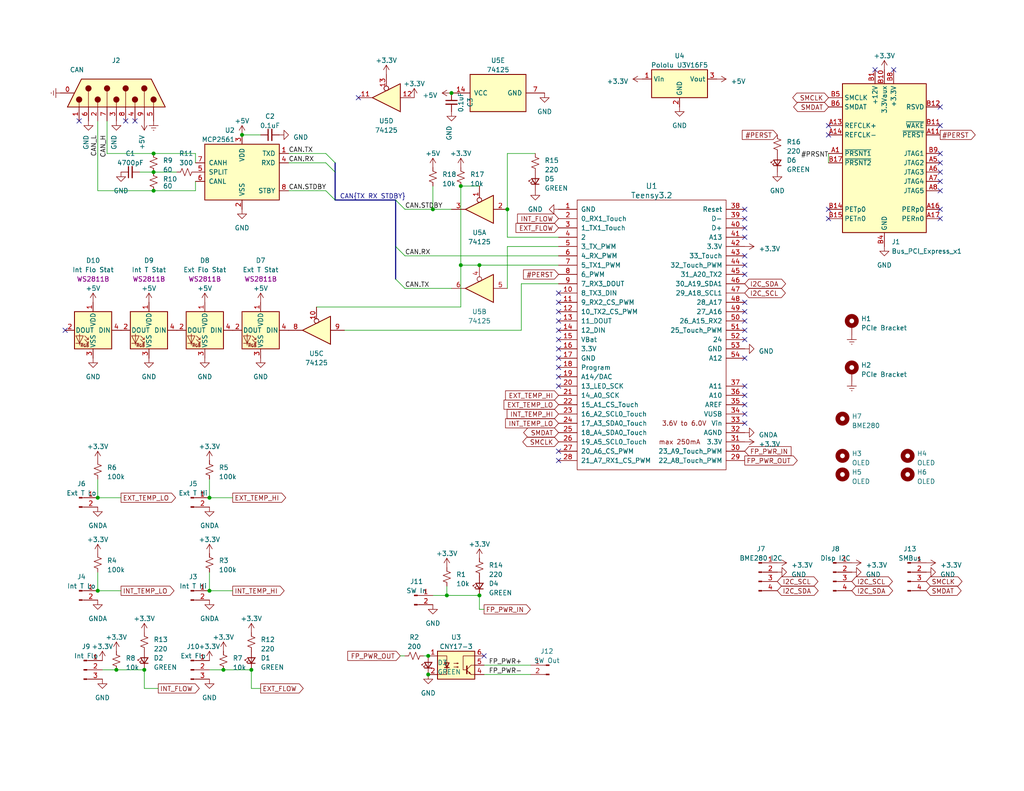
<source format=kicad_sch>
(kicad_sch (version 20231120) (generator "eeschema") (generator_version "8.0")
  (paper "USLetter")
  (title_block (title "CAN/PCIe Water Cooling Loop Controller") (date "2023-08-16") (company "AGMLego") (comment 1 "https://github.com/agmlego/water-cooling-controller"))
  (junction (at 68.58 182.88))
  (junction (at 121.92 162.56))
  (junction (at 125.73 72.39))
  (junction (at 118.11 57.15))
  (junction (at 123.19 25.4))
  (junction (at 31.75 182.88))
  (junction (at 41.91 52.07))
  (junction (at 116.84 179.07))
  (junction (at 41.91 46.99))
  (junction (at 130.81 162.56))
  (junction (at 26.67 161.29))
  (junction (at 57.15 161.29))
  (junction (at 125.73 50.8))
  (junction (at 39.37 182.88))
  (junction (at 60.96 182.88))
  (junction (at 57.15 135.89))
  (junction (at 138.43 57.15))
  (junction (at 26.67 135.89))
  (junction (at 130.81 72.39))
  (junction (at 116.84 184.15))
  (junction (at 66.04 36.83))
  (junction (at 41.91 41.91))
  (no_connect (at 152.4 100.33))
  (no_connect (at 203.2 85.09))
  (no_connect (at 152.4 125.73))
  (no_connect (at 226.06 59.69))
  (no_connect (at 238.76 19.05))
  (no_connect (at 256.54 57.15))
  (no_connect (at 97.79 26.67))
  (no_connect (at 243.84 19.05))
  (no_connect (at 203.2 113.03))
  (no_connect (at 152.4 92.71))
  (no_connect (at 34.29 33.02))
  (no_connect (at 203.2 87.63))
  (no_connect (at 152.4 87.63))
  (no_connect (at 203.2 57.15))
  (no_connect (at 152.4 80.01))
  (no_connect (at 152.4 82.55))
  (no_connect (at 203.2 110.49))
  (no_connect (at 203.2 72.39))
  (no_connect (at 203.2 107.95))
  (no_connect (at 256.54 46.99))
  (no_connect (at 17.78 90.17))
  (no_connect (at 203.2 74.93))
  (no_connect (at 203.2 115.57))
  (no_connect (at 203.2 64.77))
  (no_connect (at 203.2 62.23))
  (no_connect (at 256.54 44.45))
  (no_connect (at 226.06 57.15))
  (no_connect (at 256.54 34.29))
  (no_connect (at 36.83 33.02))
  (no_connect (at 203.2 82.55))
  (no_connect (at 21.59 33.02))
  (no_connect (at 226.06 34.29))
  (no_connect (at 203.2 59.69))
  (no_connect (at 226.06 36.83))
  (no_connect (at 203.2 90.17))
  (no_connect (at 152.4 102.87))
  (no_connect (at 203.2 92.71))
  (no_connect (at 152.4 85.09))
  (no_connect (at 256.54 41.91))
  (no_connect (at 256.54 52.07))
  (no_connect (at 203.2 97.79))
  (no_connect (at 152.4 105.41))
  (no_connect (at 256.54 59.69))
  (no_connect (at 152.4 95.25))
  (no_connect (at 152.4 123.19))
  (no_connect (at 132.08 179.07))
  (no_connect (at 203.2 69.85))
  (no_connect (at 203.2 105.41))
  (no_connect (at 152.4 90.17))
  (no_connect (at 152.4 97.79))
  (no_connect (at 256.54 29.21))
  (no_connect (at 256.54 49.53))
  (bus_entry (at 91.44 46.99) (size -2.54 -2.54))
  (bus_entry (at 91.44 54.61) (size -2.54 -2.54))
  (bus_entry (at 107.95 76.2) (size 2.54 2.54))
  (bus_entry (at 91.44 44.45) (size -2.54 -2.54))
  (bus_entry (at 107.95 67.31) (size 2.54 2.54))
  (bus_entry (at 107.95 54.61) (size 2.54 2.54))
  (wire (pts (xy 26.67 135.89) (xy 26.67 130.81)))
  (wire (pts (xy 78.74 44.45) (xy 88.9 44.45)))
  (bus (pts (xy 91.44 44.45) (xy 91.44 46.99)))
  (wire (pts (xy 130.81 72.39) (xy 125.73 72.39)))
  (wire (pts (xy 144.78 181.61) (xy 132.08 181.61)))
  (wire (pts (xy 31.75 182.88) (xy 39.37 182.88)))
  (wire (pts (xy 41.91 46.99) (xy 48.26 46.99)))
  (wire (pts (xy 110.49 179.07) (xy 109.22 179.07)))
  (wire (pts (xy 125.73 50.8) (xy 130.81 50.8)))
  (wire (pts (xy 29.21 33.02) (xy 29.21 41.91)))
  (wire (pts (xy 68.58 187.96) (xy 68.58 182.88)))
  (wire (pts (xy 110.49 69.85) (xy 152.4 69.85)))
  (wire (pts (xy 142.24 90.17) (xy 93.98 90.17)))
  (wire (pts (xy 121.92 162.56) (xy 118.11 162.56)))
  (wire (pts (xy 152.4 67.31) (xy 138.43 67.31)))
  (wire (pts (xy 86.36 83.82) (xy 125.73 83.82)))
  (wire (pts (xy 118.11 57.15) (xy 123.19 57.15)))
  (wire (pts (xy 152.4 77.47) (xy 142.24 77.47)))
  (wire (pts (xy 41.91 41.91) (xy 53.34 41.91)))
  (wire (pts (xy 146.05 41.91) (xy 138.43 41.91)))
  (wire (pts (xy 71.12 36.83) (xy 66.04 36.83)))
  (wire (pts (xy 125.73 72.39) (xy 125.73 50.8)))
  (bus (pts (xy 91.44 46.99) (xy 91.44 54.61)))
  (wire (pts (xy 57.15 156.21) (xy 57.15 161.29)))
  (wire (pts (xy 57.15 161.29) (xy 63.5 161.29)))
  (wire (pts (xy 78.74 41.91) (xy 88.9 41.91)))
  (wire (pts (xy 53.34 49.53) (xy 53.34 52.07)))
  (wire (pts (xy 26.67 33.02) (xy 26.67 52.07)))
  (wire (pts (xy 138.43 41.91) (xy 138.43 57.15)))
  (wire (pts (xy 38.1 46.99) (xy 41.91 46.99)))
  (wire (pts (xy 121.92 162.56) (xy 130.81 162.56)))
  (wire (pts (xy 60.96 182.88) (xy 68.58 182.88)))
  (wire (pts (xy 33.02 161.29) (xy 26.67 161.29)))
  (wire (pts (xy 132.08 166.37) (xy 130.81 166.37)))
  (wire (pts (xy 152.4 64.77) (xy 138.43 64.77)))
  (wire (pts (xy 130.81 72.39) (xy 152.4 72.39)))
  (wire (pts (xy 110.49 78.74) (xy 123.19 78.74)))
  (wire (pts (xy 29.21 41.91) (xy 41.91 41.91)))
  (wire (pts (xy 39.37 187.96) (xy 39.37 182.88)))
  (wire (pts (xy 138.43 67.31) (xy 138.43 78.74)))
  (wire (pts (xy 118.11 50.8) (xy 118.11 57.15)))
  (wire (pts (xy 57.15 182.88) (xy 60.96 182.88)))
  (wire (pts (xy 26.67 52.07) (xy 41.91 52.07)))
  (wire (pts (xy 144.78 184.15) (xy 132.08 184.15)))
  (wire (pts (xy 115.57 179.07) (xy 116.84 179.07)))
  (wire (pts (xy 130.81 166.37) (xy 130.81 162.56)))
  (bus (pts (xy 107.95 54.61) (xy 107.95 67.31)))
  (wire (pts (xy 78.74 52.07) (xy 88.9 52.07)))
  (wire (pts (xy 125.73 83.82) (xy 125.73 72.39)))
  (wire (pts (xy 57.15 135.89) (xy 63.5 135.89)))
  (wire (pts (xy 71.12 187.96) (xy 68.58 187.96)))
  (wire (pts (xy 110.49 57.15) (xy 118.11 57.15)))
  (wire (pts (xy 138.43 64.77) (xy 138.43 57.15)))
  (bus (pts (xy 91.44 54.61) (xy 107.95 54.61)))
  (wire (pts (xy 41.91 52.07) (xy 53.34 52.07)))
  (wire (pts (xy 121.92 160.02) (xy 121.92 162.56)))
  (wire (pts (xy 26.67 161.29) (xy 26.67 156.21)))
  (wire (pts (xy 226.06 41.91) (xy 226.06 44.45)))
  (wire (pts (xy 27.94 182.88) (xy 31.75 182.88)))
  (wire (pts (xy 53.34 44.45) (xy 53.34 41.91)))
  (wire (pts (xy 33.02 135.89) (xy 26.67 135.89)))
  (wire (pts (xy 43.18 187.96) (xy 39.37 187.96)))
  (bus (pts (xy 107.95 67.31) (xy 107.95 76.2)))
  (wire (pts (xy 142.24 77.47) (xy 142.24 90.17)))
  (wire (pts (xy 57.15 130.81) (xy 57.15 135.89)))
  (label "FP_PWR+" (at 133.35 181.61 0))
  (label "CAN{TX RX STDBY}" (at 92.71 54.61 0))
  (label "CAN_L" (at 26.67 36.83 270))
  (label "CAN.STDBY" (at 78.74 52.07 0))
  (label "CAN.TX" (at 78.74 41.91 0))
  (label "#PRSNT" (at 226.06 43.18 180))
  (label "CAN.RX" (at 110.49 69.85 0))
  (label "CAN.TX" (at 110.49 78.74 0))
  (label "CAN.RX" (at 78.74 44.45 0))
  (label "CAN.STDBY" (at 110.49 57.15 0))
  (label "FP_PWR-" (at 133.35 184.15 0))
  (label "CAN_H" (at 29.21 36.83 270))
  (global_label "I2C_SCL" (shape bidirectional) (at 232.41 158.75 0) (property "Intersheetrefs" "${INTERSHEET_REFS}" (effects (hide yes))))
  (global_label "EXT_TEMP_HI" (shape input) (at 152.4 107.95 180) (property "Intersheetrefs" "${INTERSHEET_REFS}" (effects (hide yes))))
  (global_label "I2C_SCL" (shape bidirectional) (at 212.09 158.75 0) (property "Intersheetrefs" "${INTERSHEET_REFS}" (effects (hide yes))))
  (global_label "I2C_SDA" (shape bidirectional) (at 203.2 77.47 0) (property "Intersheetrefs" "${INTERSHEET_REFS}" (effects (hide yes))))
  (global_label "EXT_FLOW" (shape output) (at 71.12 187.96 0) (property "Intersheetrefs" "${INTERSHEET_REFS}" (effects (hide yes))))
  (global_label "INT_TEMP_HI" (shape input) (at 152.4 113.03 180) (property "Intersheetrefs" "${INTERSHEET_REFS}" (effects (hide yes))))
  (global_label "SMCLK" (shape bidirectional) (at 226.06 26.67 180) (property "Intersheetrefs" "${INTERSHEET_REFS}" (effects (hide yes))))
  (global_label "SMCLK" (shape bidirectional) (at 152.4 120.65 180) (property "Intersheetrefs" "${INTERSHEET_REFS}" (effects (hide yes))))
  (global_label "#PERST" (shape input) (at 152.4 74.93 180) (property "Intersheetrefs" "${INTERSHEET_REFS}" (effects (hide yes))))
  (global_label "SMDAT" (shape bidirectional) (at 226.06 29.21 180) (property "Intersheetrefs" "${INTERSHEET_REFS}" (effects (hide yes))))
  (global_label "INT_FLOW" (shape input) (at 152.4 59.69 180) (property "Intersheetrefs" "${INTERSHEET_REFS}" (effects (hide yes))))
  (global_label "EXT_TEMP_LO" (shape input) (at 152.4 110.49 180) (property "Intersheetrefs" "${INTERSHEET_REFS}" (effects (hide yes))))
  (global_label "I2C_SDA" (shape bidirectional) (at 232.41 161.29 0) (property "Intersheetrefs" "${INTERSHEET_REFS}" (effects (hide yes))))
  (global_label "EXT_FLOW" (shape input) (at 152.4 62.23 180) (property "Intersheetrefs" "${INTERSHEET_REFS}" (effects (hide yes))))
  (global_label "FP_PWR_OUT" (shape output) (at 203.2 125.73 0) (property "Intersheetrefs" "${INTERSHEET_REFS}" (effects (hide yes))))
  (global_label "SMDAT" (shape bidirectional) (at 252.73 161.29 0) (property "Intersheetrefs" "${INTERSHEET_REFS}" (effects (hide yes))))
  (global_label "#PERST" (shape output) (at 256.54 36.83 0) (property "Intersheetrefs" "${INTERSHEET_REFS}" (effects (hide yes))))
  (global_label "EXT_TEMP_LO" (shape output) (at 33.02 135.89 0) (property "Intersheetrefs" "${INTERSHEET_REFS}" (effects (hide yes))))
  (global_label "#PERST" (shape input) (at 212.09 36.83 180) (property "Intersheetrefs" "${INTERSHEET_REFS}" (effects (hide yes))))
  (global_label "EXT_TEMP_HI" (shape output) (at 63.5 135.89 0) (property "Intersheetrefs" "${INTERSHEET_REFS}" (effects (hide yes))))
  (global_label "INT_TEMP_LO" (shape output) (at 33.02 161.29 0) (property "Intersheetrefs" "${INTERSHEET_REFS}" (effects (hide yes))))
  (global_label "SMDAT" (shape bidirectional) (at 152.4 118.11 180) (property "Intersheetrefs" "${INTERSHEET_REFS}" (effects (hide yes))))
  (global_label "INT_TEMP_HI" (shape output) (at 63.5 161.29 0) (property "Intersheetrefs" "${INTERSHEET_REFS}" (effects (hide yes))))
  (global_label "INT_TEMP_LO" (shape input) (at 152.4 115.57 180) (property "Intersheetrefs" "${INTERSHEET_REFS}" (effects (hide yes))))
  (global_label "FP_PWR_OUT" (shape input) (at 109.22 179.07 180) (property "Intersheetrefs" "${INTERSHEET_REFS}" (effects (hide yes))))
  (global_label "SMCLK" (shape bidirectional) (at 252.73 158.75 0) (property "Intersheetrefs" "${INTERSHEET_REFS}" (effects (hide yes))))
  (global_label "I2C_SDA" (shape bidirectional) (at 212.09 161.29 0) (property "Intersheetrefs" "${INTERSHEET_REFS}" (effects (hide yes))))
  (global_label "FP_PWR_IN" (shape input) (at 203.2 123.19 0) (property "Intersheetrefs" "${INTERSHEET_REFS}" (effects (hide yes))))
  (global_label "FP_PWR_IN" (shape output) (at 132.08 166.37 0) (property "Intersheetrefs" "${INTERSHEET_REFS}" (effects (hide yes))))
  (global_label "INT_FLOW" (shape output) (at 43.18 187.96 0) (property "Intersheetrefs" "${INTERSHEET_REFS}" (effects (hide yes))))
  (global_label "I2C_SCL" (shape bidirectional) (at 203.2 80.01 0) (property "Intersheetrefs" "${INTERSHEET_REFS}" (effects (hide yes))))
  (symbol (lib_id "Interface_CAN_LIN:MCP2561-E-SN") (at 66.04 46.99 0) (mirror y) (unit 1)
    (property "Reference" "U2" (at 64.0841 35.56 0) (effects (justify left)))
    (property "Value" "MCP2561" (at 64.0841 38.1 0) (effects (justify left)))
    (property "Footprint" "Package_SO:SOIC-8_3.9x4.9mm_P1.27mm" (effects (hide yes)))
    (property "Datasheet" "http://ww1.microchip.com/downloads/en/DeviceDoc/25167A.pdf" (effects (hide yes)))
  )
  (symbol (lib_id "74xx:SN74LV4T125") (at 130.81 57.15 180) (unit 1)
    (property "Reference" "U5" (at 130.81 63.5 0))
    (property "Value" "74125" (at 130.81 66.04 0))
    (property "Footprint" "Package_SO:TSSOP-14_4.4x5mm_P0.65mm" (effects (hide yes)))
    (property "Datasheet" "https://www.ti.com/lit/ds/symlink/sn74lv4t125.pdf" (effects (hide yes)))
  )
  (symbol (lib_id "power:GND") (at 33.02 46.99 0) (unit 1)
    (property "Reference" "#PWR038" (effects (hide yes)))
    (property "Value" "GND" (at 33.02 52.07 0))
  )
  (symbol (lib_id "power:+5V") (at 195.58 21.59 270) (unit 1)
    (property "Reference" "#PWR024" (effects (hide yes)))
    (property "Value" "+5V" (at 199.39 22.225 90) (effects (justify left)))
  )
  (symbol (lib_id "Connector:Conn_01x03_Pin") (at 22.86 182.88 0) (unit 1)
    (property "Reference" "J9" (at 23.495 176.53 0))
    (property "Value" "Int Flo" (at 23.495 179.07 0))
    (property "Footprint" "Connector_PinHeader_2.54mm:PinHeader_1x03_P2.54mm_Horizontal" (effects (hide yes)))
  )
  (symbol (lib_id "74xx:SN74LV4T125") (at 130.81 78.74 180) (unit 2)
    (property "Reference" "U5" (at 130.81 85.09 0))
    (property "Value" "74125" (at 130.81 87.63 0))
    (property "Footprint" "Package_SO:TSSOP-14_4.4x5mm_P0.65mm" (effects (hide yes)))
    (property "Datasheet" "https://www.ti.com/lit/ds/symlink/sn74lv4t125.pdf" (effects (hide yes)))
  )
  (symbol (lib_id "power:+5V") (at 66.04 36.83 0) (unit 1)
    (property "Reference" "#PWR010" (effects (hide yes)))
    (property "Value" "+5V" (at 66.04 33.02 0))
  )
  (symbol (lib_id "Device:R_Small_US") (at 121.92 157.48 0) (unit 1)
    (property "Reference" "R1" (at 124.46 156.845 0) (effects (justify left)))
    (property "Value" "10k" (at 124.46 159.385 0) (effects (justify left)))
    (property "Footprint" "Resistor_SMD:R_1206_3216Metric" (effects (hide yes)))
  )
  (symbol (lib_id "power:Earth") (at 16.51 25.4 270) (unit 1)
    (property "Reference" "#PWR042" (effects (hide yes)))
    (property "Value" "Earth" (effects (hide yes)))
  )
  (symbol (lib_id "power:+5V") (at 25.4 82.55 0) (unit 1)
    (property "Reference" "#PWR057" (effects (hide yes)))
    (property "Value" "+5V" (at 25.4 78.74 0))
  )
  (symbol (lib_id "Mechanical:MountingHole") (at 247.65 124.46 0) (unit 1)
    (property "Reference" "H4" (at 250.19 123.825 0) (effects (justify left)))
    (property "Value" "OLED" (at 250.19 126.365 0) (effects (justify left)))
    (property "Footprint" "MountingHole:MountingHole_2.2mm_M2" (effects (hide yes)))
  )
  (symbol (lib_id "Device:R_Small_US") (at 57.15 128.27 0) (unit 1)
    (property "Reference" "R5" (at 59.69 127.635 0) (effects (justify left)))
    (property "Value" "100k" (at 59.69 130.175 0) (effects (justify left)))
    (property "Footprint" "Resistor_SMD:R_1206_3216Metric" (effects (hide yes)))
  )
  (symbol (lib_id "power:+5V") (at 55.88 82.55 0) (unit 1)
    (property "Reference" "#PWR053" (effects (hide yes)))
    (property "Value" "+5V" (at 55.88 78.74 0))
  )
  (symbol (lib_id "power:GND") (at 116.84 184.15 0) (unit 1)
    (property "Reference" "#PWR021" (effects (hide yes)))
    (property "Value" "GND" (at 116.84 189.23 0))
  )
  (symbol (lib_id "power:+3.3V") (at 27.94 180.34 0) (unit 1)
    (property "Reference" "#PWR018" (effects (hide yes)))
    (property "Value" "+3.3V" (at 27.94 176.53 0))
  )
  (symbol (lib_id "power:GND") (at 203.2 95.25 90) (unit 1)
    (property "Reference" "#PWR03" (effects (hide yes)))
    (property "Value" "GND" (at 207.01 95.885 90) (effects (justify right)))
  )
  (symbol (lib_id "power:+3.3V") (at 125.73 45.72 0) (unit 1)
    (property "Reference" "#PWR05" (effects (hide yes)))
    (property "Value" "+3.3V" (at 125.73 41.91 0))
  )
  (symbol (lib_id "power:+5V") (at 118.11 45.72 0) (unit 1)
    (property "Reference" "#PWR047" (effects (hide yes)))
    (property "Value" "+5V" (at 118.11 41.91 0))
  )
  (symbol (lib_id "power:Earth") (at 232.41 91.44 0) (unit 1)
    (property "Reference" "#PWR063" (effects (hide yes)))
    (property "Value" "Earth" (effects (hide yes)))
  )
  (symbol (lib_id "power:+3.3V") (at 252.73 153.67 270) (unit 1)
    (property "Reference" "#PWR016" (effects (hide yes)))
    (property "Value" "+3.3V" (at 256.54 154.305 90) (effects (justify left)))
  )
  (symbol (lib_id "power:+3.3V") (at 57.15 125.73 0) (unit 1)
    (property "Reference" "#PWR028" (effects (hide yes)))
    (property "Value" "+3.3V" (at 57.15 121.92 0))
  )
  (symbol (lib_id "Device:R_Small_US") (at 50.8 46.99 90) (unit 1)
    (property "Reference" "R11" (at 50.8 41.91 90))
    (property "Value" "300" (at 50.8 44.45 90))
    (property "Footprint" "Resistor_SMD:R_1206_3216Metric" (effects (hide yes)))
  )
  (symbol (lib_id "LED:WS2812B") (at 71.12 90.17 0) (mirror y) (unit 1)
    (property "Reference" "D7" (at 71.12 71.12 0))
    (property "Value" "Ext T Stat" (at 71.12 73.66 0))
    (property "Footprint" "LED_SMD:LED_WS2812B_PLCC4_5.0x5.0mm_P3.2mm" (effects (hide yes)))
    (property "Datasheet" "https://cdn-shop.adafruit.com/datasheets/WS2812B.pdf" (effects (hide yes)))
    (property "Signal" "WS2811B" (at 71.12 76.2 0))
  )
  (symbol (lib_id "Device:C_Small") (at 35.56 46.99 90) (unit 1)
    (property "Reference" "C1" (at 35.5663 41.91 90))
    (property "Value" "4700pF" (at 35.5663 44.45 90))
    (property "Footprint" "Capacitor_SMD:C_1206_3216Metric" (effects (hide yes)))
  )
  (symbol (lib_id "power:GND") (at 40.64 97.79 0) (unit 1)
    (property "Reference" "#PWR056" (effects (hide yes)))
    (property "Value" "GND" (at 40.64 102.87 0))
  )
  (symbol (lib_id "teensy:Teensy3.2") (at 177.8 91.44 0) (unit 1)
    (property "Reference" "U1" (at 177.8 50.8 0) (effects (font (size 1.524 1.524))))
    (property "Value" "Teensy3.2" (at 177.8 53.34 0) (effects (font (size 1.524 1.524))))
    (property "Footprint" "teensy:Teensy30_31_32_All_Pins" (effects (hide yes)))
  )
  (symbol (lib_id "power:+3.3V") (at 212.09 153.67 270) (unit 1)
    (property "Reference" "#PWR012" (effects (hide yes)))
    (property "Value" "+3.3V" (at 215.9 154.305 90) (effects (justify left)))
  )
  (symbol (lib_id "Device:R_Small_US") (at 125.73 48.26 0) (unit 1)
    (property "Reference" "R17" (at 128.27 47.625 0) (effects (justify left)))
    (property "Value" "10k" (at 128.27 50.165 0) (effects (justify left)))
    (property "Footprint" "Resistor_SMD:R_1206_3216Metric" (effects (hide yes)))
  )
  (symbol (lib_id "Device:LED_Small") (at 212.09 44.45 90) (unit 1)
    (property "Reference" "D6" (at 214.63 43.7515 90) (effects (justify right)))
    (property "Value" "GREEN" (at 214.63 46.2915 90) (effects (justify right)))
    (property "Footprint" "LED_SMD:LED_1206_3216Metric" (effects (hide yes)))
  )
  (symbol (lib_id "power:+3.3V") (at 31.75 177.8 0) (unit 1)
    (property "Reference" "#PWR036" (effects (hide yes)))
    (property "Value" "+3.3V" (at 31.75 173.99 0))
  )
  (symbol (lib_id "power:GND") (at 232.41 156.21 90) (unit 1)
    (property "Reference" "#PWR015" (effects (hide yes)))
    (property "Value" "GND" (at 236.22 156.845 90) (effects (justify right)))
  )
  (symbol (lib_id "Connector:DE9_Plug_MountingHoles") (at 31.75 25.4 270) (mirror x) (unit 1)
    (property "Reference" "J2" (at 30.48 16.51 90) (effects (justify left)))
    (property "Value" "CAN" (at 19.05 19.05 90) (effects (justify left)))
    (property "Footprint" "Connector_Dsub:DSUB-9_Female_Horizontal_P2.77x2.84mm_EdgePinOffset7.70mm_Housed_MountingHolesOffset9.12mm" (effects (hide yes)))
    (property "Datasheet" " ~" (effects (hide yes)))
  )
  (symbol (lib_id "Connector:Conn_01x04_Pin") (at 247.65 156.21 0) (unit 1)
    (property "Reference" "J13" (at 248.285 149.86 0))
    (property "Value" "SMBus" (at 248.285 152.4 0))
    (property "Footprint" "Connector_PinHeader_2.54mm:PinHeader_1x04_P2.54mm_Vertical" (effects (hide yes)))
  )
  (symbol (lib_id "Device:LED_Small") (at 68.58 180.34 90) (unit 1)
    (property "Reference" "D1" (at 71.12 179.6415 90) (effects (justify right)))
    (property "Value" "GREEN" (at 71.12 182.1815 90) (effects (justify right)))
    (property "Footprint" "LED_SMD:LED_1206_3216Metric" (effects (hide yes)))
  )
  (symbol (lib_id "74xx:SN74LV4T125") (at 105.41 26.67 180) (unit 4)
    (property "Reference" "U5" (at 105.41 33.02 0))
    (property "Value" "74125" (at 105.41 35.56 0))
    (property "Footprint" "Package_SO:TSSOP-14_4.4x5mm_P0.65mm" (effects (hide yes)))
    (property "Datasheet" "https://www.ti.com/lit/ds/symlink/sn74lv4t125.pdf" (effects (hide yes)))
  )
  (symbol (lib_id "power:GND") (at 123.19 30.48 0) (unit 1)
    (property "Reference" "#PWR062" (effects (hide yes)))
    (property "Value" "GND" (at 122.555 34.29 90) (effects (justify right)))
  )
  (symbol (lib_id "power:+3.3V") (at 57.15 151.13 0) (unit 1)
    (property "Reference" "#PWR026" (effects (hide yes)))
    (property "Value" "+3.3V" (at 57.15 147.32 0))
  )
  (symbol (lib_id "power:+3.3V") (at 175.26 21.59 90) (unit 1)
    (property "Reference" "#PWR023" (effects (hide yes)))
    (property "Value" "+3.3V" (at 171.45 22.225 90) (effects (justify left)))
  )
  (symbol (lib_id "Connector:Conn_01x02_Pin") (at 21.59 161.29 0) (unit 1)
    (property "Reference" "J4" (at 22.225 157.48 0))
    (property "Value" "Int T Lo" (at 22.225 160.02 0))
    (property "Footprint" "Connector_PinHeader_2.54mm:PinHeader_1x02_P2.54mm_Horizontal" (effects (hide yes)))
  )
  (symbol (lib_id "power:GNDA") (at 26.67 163.83 0) (unit 1)
    (property "Reference" "#PWR032" (effects (hide yes)))
    (property "Value" "GNDA" (at 26.67 168.91 0))
  )
  (symbol (lib_id "Mechanical:MountingHole_Pad") (at 232.41 101.6 0) (unit 1)
    (property "Reference" "H2" (at 234.95 99.695 0) (effects (justify left)))
    (property "Value" "PCIe Bracket" (at 234.95 102.235 0) (effects (justify left)))
    (property "Footprint" "MountingHole:MountingHole_3.2mm_M3_Pad_Via" (effects (hide yes)))
  )
  (symbol (lib_id "power:GND") (at 66.04 57.15 0) (unit 1)
    (property "Reference" "#PWR011" (effects (hide yes)))
    (property "Value" "GND" (at 66.04 62.23 0))
  )
  (symbol (lib_id "Connector:Conn_01x04_Pin") (at 227.33 156.21 0) (unit 1)
    (property "Reference" "J8" (at 227.965 149.86 0))
    (property "Value" "Disp I2C" (at 227.965 152.4 0))
    (property "Footprint" "Connector_PinHeader_2.54mm:PinHeader_1x04_P2.54mm_Vertical" (effects (hide yes)))
  )
  (symbol (lib_id "power:GND") (at 27.94 185.42 0) (unit 1)
    (property "Reference" "#PWR035" (effects (hide yes)))
    (property "Value" "GND" (at 27.94 190.5 0))
  )
  (symbol (lib_id "Device:LED_Small") (at 116.84 181.61 90) (unit 1)
    (property "Reference" "D3" (at 119.38 180.9115 90) (effects (justify right)))
    (property "Value" "GREEN" (at 119.38 183.4515 90) (effects (justify right)))
    (property "Footprint" "LED_SMD:LED_1206_3216Metric" (effects (hide yes)))
  )
  (symbol (lib_id "power:GND") (at 76.2 36.83 90) (unit 1)
    (property "Reference" "#PWR061" (effects (hide yes)))
    (property "Value" "GND" (at 80.01 37.465 90) (effects (justify right)))
  )
  (symbol (lib_id "power:GND") (at 212.09 46.99 0) (unit 1)
    (property "Reference" "#PWR048" (effects (hide yes)))
    (property "Value" "GND" (at 212.09 52.07 0))
  )
  (symbol (lib_id "LED:WS2812B") (at 40.64 90.17 0) (mirror y) (unit 1)
    (property "Reference" "D9" (at 40.64 71.12 0))
    (property "Value" "Int T Stat" (at 40.64 73.66 0))
    (property "Footprint" "LED_SMD:LED_WS2812B_PLCC4_5.0x5.0mm_P3.2mm" (effects (hide yes)))
    (property "Datasheet" "https://cdn-shop.adafruit.com/datasheets/WS2812B.pdf" (effects (hide yes)))
    (property "Signal" "WS2811B" (at 40.64 76.2 0))
  )
  (symbol (lib_id "Connector:Conn_01x02_Pin") (at 149.86 181.61 0) (mirror y) (unit 1)
    (property "Reference" "J12" (at 149.225 177.8 0))
    (property "Value" "SW Out" (at 149.225 180.34 0))
    (property "Footprint" "Connector_PinHeader_2.54mm:PinHeader_1x02_P2.54mm_Horizontal" (effects (hide yes)))
  )
  (symbol (lib_id "Connector:Conn_01x04_Pin") (at 207.01 156.21 0) (unit 1)
    (property "Reference" "J7" (at 207.645 149.86 0))
    (property "Value" "BME280 I2C" (at 207.645 152.4 0))
    (property "Footprint" "Connector_PinHeader_2.54mm:PinHeader_1x04_P2.54mm_Vertical" (effects (hide yes)))
  )
  (symbol (lib_id "Device:C_Small") (at 123.19 27.94 0) (unit 1)
    (property "Reference" "C3" (at 128.27 27.9463 90))
    (property "Value" "0.1uF" (at 125.73 27.9463 90))
    (property "Footprint" "Capacitor_SMD:C_1206_3216Metric" (effects (hide yes)))
  )
  (symbol (lib_id "Device:R_Small_US") (at 212.09 39.37 0) (unit 1)
    (property "Reference" "R16" (at 214.63 38.735 0) (effects (justify left)))
    (property "Value" "220" (at 214.63 41.275 0) (effects (justify left)))
    (property "Footprint" "Resistor_SMD:R_1206_3216Metric" (effects (hide yes)))
  )
  (symbol (lib_id "power:+3.3V") (at 60.96 177.8 0) (unit 1)
    (property "Reference" "#PWR037" (effects (hide yes)))
    (property "Value" "+3.3V" (at 60.96 173.99 0))
  )
  (symbol (lib_id "power:GND") (at 31.75 33.02 0) (unit 1)
    (property "Reference" "#PWR039" (effects (hide yes)))
    (property "Value" "GND" (at 31.115 36.83 90) (effects (justify right)))
  )
  (symbol (lib_id "Connector:Conn_01x02_Pin") (at 113.03 162.56 0) (unit 1)
    (property "Reference" "J11" (at 113.665 158.75 0))
    (property "Value" "SW In" (at 113.665 161.29 0))
    (property "Footprint" "Connector_PinHeader_2.54mm:PinHeader_1x02_P2.54mm_Horizontal" (effects (hide yes)))
  )
  (symbol (lib_id "Device:C_Small") (at 73.66 36.83 90) (unit 1)
    (property "Reference" "C2" (at 73.6663 31.75 90))
    (property "Value" "0.1uF" (at 73.6663 34.29 90))
    (property "Footprint" "Capacitor_SMD:C_1206_3216Metric" (effects (hide yes)))
  )
  (symbol (lib_id "Device:R_Small_US") (at 26.67 128.27 0) (unit 1)
    (property "Reference" "R6" (at 29.21 127.635 0) (effects (justify left)))
    (property "Value" "100k" (at 29.21 130.175 0) (effects (justify left)))
    (property "Footprint" "Resistor_SMD:R_1206_3216Metric" (effects (hide yes)))
  )
  (symbol (lib_id "power:GNDA") (at 26.67 138.43 0) (unit 1)
    (property "Reference" "#PWR030" (effects (hide yes)))
    (property "Value" "GNDA" (at 26.67 143.51 0))
  )
  (symbol (lib_id "Mechanical:MountingHole") (at 229.87 114.3 0) (unit 1)
    (property "Reference" "H7" (at 232.41 113.665 0) (effects (justify left)))
    (property "Value" "BME280" (at 232.41 116.205 0) (effects (justify left)))
    (property "Footprint" "MountingHole:MountingHole_3.2mm_M3" (effects (hide yes)))
  )
  (symbol (lib_id "power:+3.3V") (at 105.41 20.32 0) (unit 1)
    (property "Reference" "#PWR059" (effects (hide yes)))
    (property "Value" "+3.3V" (at 105.41 16.51 0))
  )
  (symbol (lib_id "Device:R_Small_US") (at 118.11 48.26 0) (unit 1)
    (property "Reference" "R18" (at 120.65 47.625 0) (effects (justify left)))
    (property "Value" "10k" (at 120.65 50.165 0) (effects (justify left)))
    (property "Footprint" "Resistor_SMD:R_1206_3216Metric" (effects (hide yes)))
  )
  (symbol (lib_id "Device:LED_Small") (at 146.05 49.53 90) (unit 1)
    (property "Reference" "D5" (at 148.59 48.8315 90) (effects (justify right)))
    (property "Value" "GREEN" (at 148.59 51.3715 90) (effects (justify right)))
    (property "Footprint" "LED_SMD:LED_1206_3216Metric" (effects (hide yes)))
  )
  (symbol (lib_id "Connector:Conn_01x03_Pin") (at 52.07 182.88 0) (unit 1)
    (property "Reference" "J10" (at 52.705 176.53 0))
    (property "Value" "Ext Flo" (at 52.705 179.07 0))
    (property "Footprint" "Connector_PinHeader_2.54mm:PinHeader_1x03_P2.54mm_Horizontal" (effects (hide yes)))
  )
  (symbol (lib_id "74xx:SN74LV4T125") (at 135.89 25.4 90) (unit 5)
    (property "Reference" "U5" (at 135.89 16.51 90))
    (property "Value" "74125" (at 135.89 19.05 90))
    (property "Footprint" "Package_SO:TSSOP-14_4.4x5mm_P0.65mm" (effects (hide yes)))
    (property "Datasheet" "https://www.ti.com/lit/ds/symlink/sn74lv4t125.pdf" (effects (hide yes)))
  )
  (symbol (lib_id "Device:R_Small_US") (at 26.67 153.67 0) (unit 1)
    (property "Reference" "R4" (at 29.21 153.035 0) (effects (justify left)))
    (property "Value" "100k" (at 29.21 155.575 0) (effects (justify left)))
    (property "Footprint" "Resistor_SMD:R_1206_3216Metric" (effects (hide yes)))
  )
  (symbol (lib_id "power:GND") (at 71.12 97.79 0) (unit 1)
    (property "Reference" "#PWR052" (effects (hide yes)))
    (property "Value" "GND" (at 71.12 102.87 0))
  )
  (symbol (lib_id "power:GND") (at 185.42 29.21 0) (unit 1)
    (property "Reference" "#PWR022" (effects (hide yes)))
    (property "Value" "GND" (at 185.42 34.29 0))
  )
  (symbol (lib_id "Device:R_Small_US") (at 68.58 175.26 0) (unit 1)
    (property "Reference" "R12" (at 71.12 174.625 0) (effects (justify left)))
    (property "Value" "220" (at 71.12 177.165 0) (effects (justify left)))
    (property "Footprint" "Resistor_SMD:R_1206_3216Metric" (effects (hide yes)))
  )
  (symbol (lib_id "Connector:Conn_01x02_Pin") (at 21.59 135.89 0) (unit 1)
    (property "Reference" "J6" (at 22.225 132.08 0))
    (property "Value" "Ext T Lo" (at 22.225 134.62 0))
    (property "Footprint" "Connector_PinHeader_2.54mm:PinHeader_1x02_P2.54mm_Horizontal" (effects (hide yes)))
  )
  (symbol (lib_id "power:+3.3V") (at 232.41 153.67 270) (unit 1)
    (property "Reference" "#PWR013" (effects (hide yes)))
    (property "Value" "+3.3V" (at 236.22 154.305 90) (effects (justify left)))
  )
  (symbol (lib_id "Mechanical:MountingHole") (at 229.87 129.54 0) (unit 1)
    (property "Reference" "H5" (at 232.41 128.905 0) (effects (justify left)))
    (property "Value" "OLED" (at 232.41 131.445 0) (effects (justify left)))
    (property "Footprint" "MountingHole:MountingHole_2.2mm_M2" (effects (hide yes)))
  )
  (symbol (lib_id "power:+3.3V") (at 241.3 19.05 0) (unit 1)
    (property "Reference" "#PWR06" (effects (hide yes)))
    (property "Value" "+3.3V" (at 241.3 15.24 0))
  )
  (symbol (lib_id "power:GNDA") (at 203.2 118.11 90) (unit 1)
    (property "Reference" "#PWR025" (effects (hide yes)))
    (property "Value" "GNDA" (at 207.01 118.745 90) (effects (justify right)))
  )
  (symbol (lib_id "LED:WS2812B") (at 55.88 90.17 0) (mirror y) (unit 1)
    (property "Reference" "D8" (at 55.88 71.12 0))
    (property "Value" "Ext Flo Stat" (at 55.88 73.66 0))
    (property "Footprint" "LED_SMD:LED_WS2812B_PLCC4_5.0x5.0mm_P3.2mm" (effects (hide yes)))
    (property "Datasheet" "https://cdn-shop.adafruit.com/datasheets/WS2812B.pdf" (effects (hide yes)))
    (property "Signal" "WS2811B" (at 55.88 76.2 0))
  )
  (symbol (lib_id "power:+5V") (at 40.64 82.55 0) (unit 1)
    (property "Reference" "#PWR055" (effects (hide yes)))
    (property "Value" "+5V" (at 40.64 78.74 0))
  )
  (symbol (lib_id "power:+3.3V") (at 26.67 125.73 0) (unit 1)
    (property "Reference" "#PWR029" (effects (hide yes)))
    (property "Value" "+3.3V" (at 26.67 121.92 0))
  )
  (symbol (lib_id "power:GND") (at 24.13 33.02 0) (unit 1)
    (property "Reference" "#PWR040" (effects (hide yes)))
    (property "Value" "GND" (at 23.495 36.83 90) (effects (justify right)))
  )
  (symbol (lib_id "power:GNDA") (at 57.15 163.83 0) (unit 1)
    (property "Reference" "#PWR033" (effects (hide yes)))
    (property "Value" "GNDA" (at 57.15 168.91 0))
  )
  (symbol (lib_id "power:+3.3V") (at 113.03 26.67 0) (unit 1)
    (property "Reference" "#PWR060" (effects (hide yes)))
    (property "Value" "+3.3V" (at 113.03 22.86 0))
  )
  (symbol (lib_id "power:GND") (at 148.59 25.4 0) (unit 1)
    (property "Reference" "#PWR049" (effects (hide yes)))
    (property "Value" "GND" (at 148.59 30.48 0))
  )
  (symbol (lib_id "Isolator:CNY17-3") (at 124.46 181.61 0) (unit 1)
    (property "Reference" "U3" (at 124.46 173.99 0))
    (property "Value" "CNY17-3" (at 124.46 176.53 0))
    (property "Footprint" "Package_DIP:SMDIP-6_W7.62mm" (effects (hide yes)))
    (property "Datasheet" "http://www.vishay.com/docs/83606/cny17.pdf" (effects (hide yes)))
  )
  (symbol (lib_id "Regulator_Switching:TSR_1-2412") (at 185.42 24.13 0) (unit 1)
    (property "Reference" "U4" (at 185.42 15.24 0))
    (property "Value" "Pololu U3V16F5" (at 185.42 17.78 0))
    (property "Footprint" "Connector_PinHeader_2.54mm:PinHeader_1x03_P2.54mm_Vertical" (effects (hide yes)))
    (property "Datasheet" "http://www.tracopower.com/products/tsr1.pdf" (effects (hide yes)))
  )
  (symbol (lib_id "power:+5V") (at 39.37 33.02 180) (unit 1)
    (property "Reference" "#PWR043" (effects (hide yes)))
    (property "Value" "+5V" (at 38.735 36.83 90) (effects (justify left)))
  )
  (symbol (lib_id "Mechanical:MountingHole_Pad") (at 232.41 88.9 0) (unit 1)
    (property "Reference" "H1" (at 234.95 86.995 0) (effects (justify left)))
    (property "Value" "PCIe Bracket" (at 234.95 89.535 0) (effects (justify left)))
    (property "Footprint" "MountingHole:MountingHole_3.2mm_M3_Pad_Via" (effects (hide yes)))
  )
  (symbol (lib_id "Device:R_Small_US") (at 41.91 44.45 0) (unit 1)
    (property "Reference" "R9" (at 44.45 43.815 0) (effects (justify left)))
    (property "Value" "60" (at 44.45 46.355 0) (effects (justify left)))
    (property "Footprint" "Resistor_SMD:R_1206_3216Metric" (effects (hide yes)))
  )
  (symbol (lib_id "power:GND") (at 118.11 165.1 0) (unit 1)
    (property "Reference" "#PWR019" (effects (hide yes)))
    (property "Value" "GND" (at 118.11 170.18 0))
  )
  (symbol (lib_id "power:GND") (at 212.09 156.21 90) (unit 1)
    (property "Reference" "#PWR014" (effects (hide yes)))
    (property "Value" "GND" (at 215.9 156.845 90) (effects (justify right)))
  )
  (symbol (lib_id "Mechanical:MountingHole") (at 229.87 124.46 0) (unit 1)
    (property "Reference" "H3" (at 232.41 123.825 0) (effects (justify left)))
    (property "Value" "OLED" (at 232.41 126.365 0) (effects (justify left)))
    (property "Footprint" "MountingHole:MountingHole_2.2mm_M2" (effects (hide yes)))
  )
  (symbol (lib_id "power:+3.3V") (at 26.67 151.13 0) (unit 1)
    (property "Reference" "#PWR027" (effects (hide yes)))
    (property "Value" "+3.3V" (at 26.67 147.32 0))
  )
  (symbol (lib_id "power:Earth") (at 41.91 33.02 0) (unit 1)
    (property "Reference" "#PWR041" (effects (hide yes)))
    (property "Value" "Earth" (effects (hide yes)))
  )
  (symbol (lib_id "Device:R_Small_US") (at 113.03 179.07 270) (unit 1)
    (property "Reference" "R2" (at 113.03 173.99 90))
    (property "Value" "200" (at 113.03 176.53 90))
    (property "Footprint" "Resistor_SMD:R_1206_3216Metric" (effects (hide yes)))
  )
  (symbol (lib_id "power:+3.3V") (at 130.81 152.4 0) (unit 1)
    (property "Reference" "#PWR046" (effects (hide yes)))
    (property "Value" "+3.3V" (at 130.81 148.59 0))
  )
  (symbol (lib_id "power:Earth") (at 232.41 104.14 0) (unit 1)
    (property "Reference" "#PWR064" (effects (hide yes)))
    (property "Value" "Earth" (effects (hide yes)))
  )
  (symbol (lib_id "power:+3.3V") (at 121.92 154.94 0) (unit 1)
    (property "Reference" "#PWR020" (effects (hide yes)))
    (property "Value" "+3.3V" (at 121.92 151.13 0))
  )
  (symbol (lib_id "LED:WS2812B") (at 25.4 90.17 0) (mirror y) (unit 1)
    (property "Reference" "D10" (at 25.4 71.12 0))
    (property "Value" "Int Flo Stat" (at 25.4 73.66 0))
    (property "Footprint" "LED_SMD:LED_WS2812B_PLCC4_5.0x5.0mm_P3.2mm" (effects (hide yes)))
    (property "Datasheet" "https://cdn-shop.adafruit.com/datasheets/WS2812B.pdf" (effects (hide yes)))
    (property "Signal" "WS2811B" (at 25.4 76.2 0))
  )
  (symbol (lib_id "power:+3.3V") (at 68.58 172.72 0) (unit 1)
    (property "Reference" "#PWR044" (effects (hide yes)))
    (property "Value" "+3.3V" (at 68.58 168.91 0))
  )
  (symbol (lib_id "Device:R_Small_US") (at 57.15 153.67 0) (unit 1)
    (property "Reference" "R3" (at 59.69 153.035 0) (effects (justify left)))
    (property "Value" "100k" (at 59.69 155.575 0) (effects (justify left)))
    (property "Footprint" "Resistor_SMD:R_1206_3216Metric" (effects (hide yes)))
  )
  (symbol (lib_id "power:GND") (at 55.88 97.79 0) (unit 1)
    (property "Reference" "#PWR054" (effects (hide yes)))
    (property "Value" "GND" (at 55.88 102.87 0))
  )
  (symbol (lib_id "Device:LED_Small") (at 39.37 180.34 90) (unit 1)
    (property "Reference" "D2" (at 41.91 179.6415 90) (effects (justify right)))
    (property "Value" "GREEN" (at 41.91 182.1815 90) (effects (justify right)))
    (property "Footprint" "LED_SMD:LED_1206_3216Metric" (effects (hide yes)))
  )
  (symbol (lib_id "power:+5V") (at 71.12 82.55 0) (unit 1)
    (property "Reference" "#PWR051" (effects (hide yes)))
    (property "Value" "+5V" (at 71.12 78.74 0))
  )
  (symbol (lib_id "Device:R_Small_US") (at 31.75 180.34 0) (unit 1)
    (property "Reference" "R8" (at 34.29 179.705 0) (effects (justify left)))
    (property "Value" "10k" (at 34.29 182.245 0) (effects (justify left)))
    (property "Footprint" "Resistor_SMD:R_1206_3216Metric" (effects (hide yes)))
  )
  (symbol (lib_id "power:GND") (at 152.4 57.15 270) (unit 1)
    (property "Reference" "#PWR04" (effects (hide yes)))
    (property "Value" "GND" (effects (hide yes)))
  )
  (symbol (lib_id "Device:R_Small_US") (at 130.81 154.94 0) (unit 1)
    (property "Reference" "R14" (at 133.35 154.305 0) (effects (justify left)))
    (property "Value" "220" (at 133.35 156.845 0) (effects (justify left)))
    (property "Footprint" "Resistor_SMD:R_1206_3216Metric" (effects (hide yes)))
  )
  (symbol (lib_id "power:+3.3V") (at 39.37 172.72 0) (unit 1)
    (property "Reference" "#PWR045" (effects (hide yes)))
    (property "Value" "+3.3V" (at 39.37 168.91 0))
  )
  (symbol (lib_id "Connector:Bus_PCI_Express_x1") (at 241.3 44.45 0) (unit 1)
    (property "Reference" "J1" (at 243.2559 66.04 0) (effects (justify left)))
    (property "Value" "Bus_PCI_Express_x1" (at 243.2559 68.58 0) (effects (justify left)))
    (property "Footprint" "Connector_PCBEdge:BUS_PCIexpress_x1" (effects (hide yes)))
    (property "Datasheet" "http://www.ritrontek.com/uploadfile/2016/1026/20161026105231124.pdf#page=63" (effects (hide yes)))
  )
  (symbol (lib_id "power:+3.3V") (at 203.2 67.31 270) (unit 1)
    (property "Reference" "#PWR07" (effects (hide yes)))
    (property "Value" "+3.3V" (at 207.01 67.945 90) (effects (justify left)))
  )
  (symbol (lib_id "Device:R_Small_US") (at 60.96 180.34 0) (unit 1)
    (property "Reference" "R7" (at 63.5 179.705 0) (effects (justify left)))
    (property "Value" "10k" (at 63.5 182.245 0) (effects (justify left)))
    (property "Footprint" "Resistor_SMD:R_1206_3216Metric" (effects (hide yes)))
  )
  (symbol (lib_id "Connector:Conn_01x02_Pin") (at 52.07 161.29 0) (unit 1)
    (property "Reference" "J3" (at 52.705 157.48 0))
    (property "Value" "Int T Hi" (at 52.705 160.02 0))
    (property "Footprint" "Connector_PinHeader_2.54mm:PinHeader_1x02_P2.54mm_Horizontal" (effects (hide yes)))
  )
  (symbol (lib_id "Device:LED_Small") (at 130.81 160.02 90) (unit 1)
    (property "Reference" "D4" (at 133.35 159.3215 90) (effects (justify right)))
    (property "Value" "GREEN" (at 133.35 161.8615 90) (effects (justify right)))
    (property "Footprint" "LED_SMD:LED_1206_3216Metric" (effects (hide yes)))
  )
  (symbol (lib_id "Device:R_Small_US") (at 39.37 175.26 0) (unit 1)
    (property "Reference" "R13" (at 41.91 174.625 0) (effects (justify left)))
    (property "Value" "220" (at 41.91 177.165 0) (effects (justify left)))
    (property "Footprint" "Resistor_SMD:R_1206_3216Metric" (effects (hide yes)))
  )
  (symbol (lib_id "Device:R_Small_US") (at 41.91 49.53 0) (unit 1)
    (property "Reference" "R10" (at 44.45 48.895 0) (effects (justify left)))
    (property "Value" "60" (at 44.45 50.8 0) (effects (justify left)))
    (property "Footprint" "Resistor_SMD:R_1206_3216Metric" (effects (hide yes)))
  )
  (symbol (lib_id "power:GND") (at 146.05 52.07 0) (unit 1)
    (property "Reference" "#PWR09" (effects (hide yes)))
    (property "Value" "GND" (at 146.05 57.15 0))
  )
  (symbol (lib_id "Mechanical:MountingHole") (at 247.65 129.54 0) (unit 1)
    (property "Reference" "H6" (at 250.19 128.905 0) (effects (justify left)))
    (property "Value" "OLED" (at 250.19 131.445 0) (effects (justify left)))
    (property "Footprint" "MountingHole:MountingHole_2.2mm_M2" (effects (hide yes)))
  )
  (symbol (lib_id "power:+3.3V") (at 57.15 180.34 0) (unit 1)
    (property "Reference" "#PWR017" (effects (hide yes)))
    (property "Value" "+3.3V" (at 57.15 176.53 0))
  )
  (symbol (lib_id "74xx:SN74LV4T125") (at 86.36 90.17 180) (unit 3)
    (property "Reference" "U5" (at 86.36 96.52 0))
    (property "Value" "74125" (at 86.36 99.06 0))
    (property "Footprint" "Package_SO:TSSOP-14_4.4x5mm_P0.65mm" (effects (hide yes)))
    (property "Datasheet" "https://www.ti.com/lit/ds/symlink/sn74lv4t125.pdf" (effects (hide yes)))
  )
  (symbol (lib_id "power:GND") (at 57.15 185.42 0) (unit 1)
    (property "Reference" "#PWR034" (effects (hide yes)))
    (property "Value" "GND" (at 57.15 190.5 0))
  )
  (symbol (lib_id "power:GND") (at 241.3 67.31 0) (unit 1)
    (property "Reference" "#PWR02" (effects (hide yes)))
    (property "Value" "GND" (at 241.3 72.39 0))
  )
  (symbol (lib_id "power:GNDA") (at 57.15 138.43 0) (unit 1)
    (property "Reference" "#PWR031" (effects (hide yes)))
    (property "Value" "GNDA" (at 57.15 143.51 0))
  )
  (symbol (lib_id "power:+5V") (at 123.19 25.4 90) (unit 1)
    (property "Reference" "#PWR050" (effects (hide yes)))
    (property "Value" "+5V" (at 119.38 26.035 90) (effects (justify left)))
  )
  (symbol (lib_id "Device:R_Small_US") (at 146.05 44.45 0) (unit 1)
    (property "Reference" "R15" (at 148.59 43.815 0) (effects (justify left)))
    (property "Value" "220" (at 148.59 46.355 0) (effects (justify left)))
    (property "Footprint" "Resistor_SMD:R_1206_3216Metric" (effects (hide yes)))
  )
  (symbol (lib_id "power:GND") (at 252.73 156.21 90) (unit 1)
    (property "Reference" "#PWR01" (effects (hide yes)))
    (property "Value" "GND" (at 256.54 156.845 90) (effects (justify right)))
  )
  (symbol (lib_id "power:+3.3V") (at 203.2 120.65 270) (unit 1)
    (property "Reference" "#PWR08" (effects (hide yes)))
    (property "Value" "+3.3V" (at 207.01 121.285 90) (effects (justify left)))
  )
  (symbol (lib_id "power:GND") (at 25.4 97.79 0) (unit 1)
    (property "Reference" "#PWR058" (effects (hide yes)))
    (property "Value" "GND" (at 25.4 102.87 0))
  )
  (symbol (lib_id "Connector:Conn_01x02_Pin") (at 52.07 135.89 0) (unit 1)
    (property "Reference" "J5" (at 52.705 132.08 0))
    (property "Value" "Ext T Hi" (at 52.705 134.62 0))
    (property "Footprint" "Connector_PinHeader_2.54mm:PinHeader_1x02_P2.54mm_Horizontal" (effects (hide yes)))
  )
)
</source>
